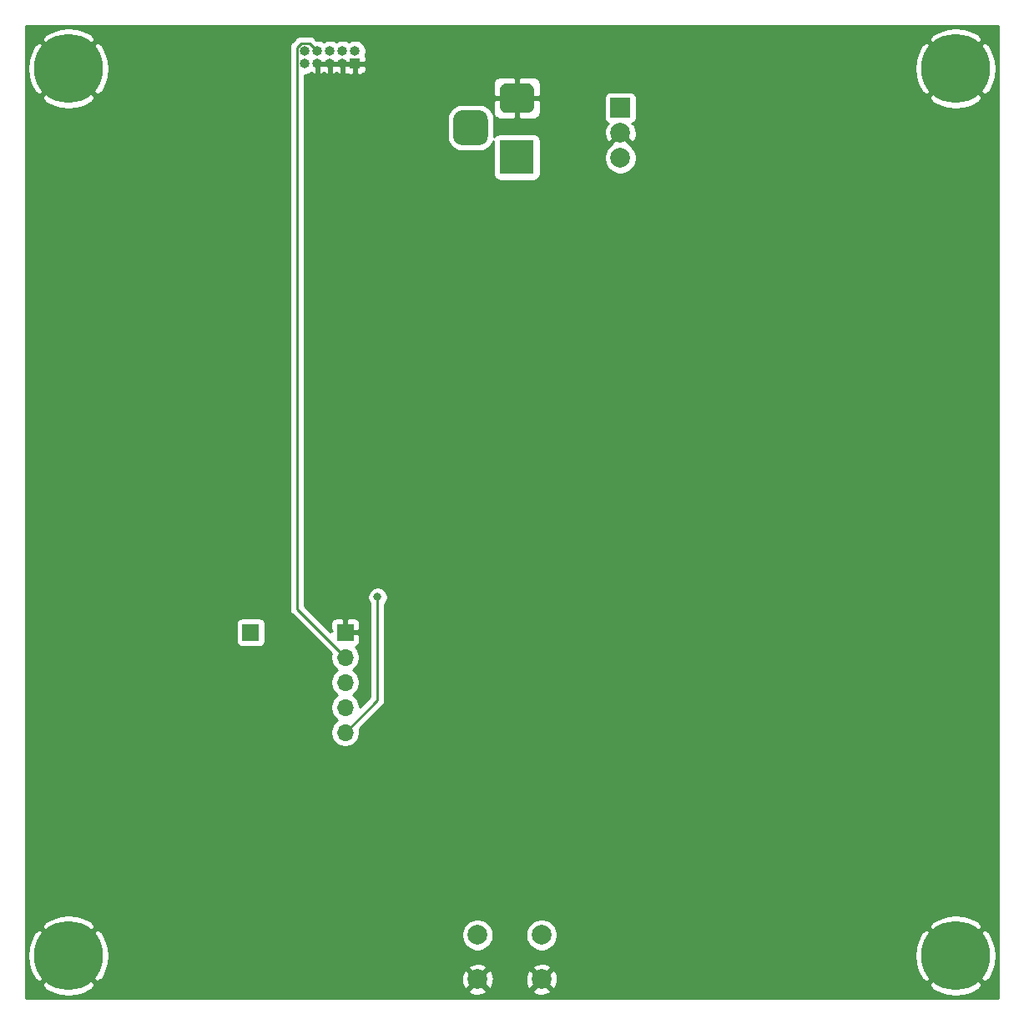
<source format=gbr>
G04 #@! TF.GenerationSoftware,KiCad,Pcbnew,(5.1.5-0-10_14)*
G04 #@! TF.CreationDate,2020-05-09T18:14:48-06:00*
G04 #@! TF.ProjectId,business-card-v3-programmer-board-pcb,62757369-6e65-4737-932d-636172642d76,rev?*
G04 #@! TF.SameCoordinates,Original*
G04 #@! TF.FileFunction,Copper,L2,Bot*
G04 #@! TF.FilePolarity,Positive*
%FSLAX46Y46*%
G04 Gerber Fmt 4.6, Leading zero omitted, Abs format (unit mm)*
G04 Created by KiCad (PCBNEW (5.1.5-0-10_14)) date 2020-05-09 18:14:48*
%MOMM*%
%LPD*%
G04 APERTURE LIST*
%ADD10C,0.100000*%
%ADD11R,3.500000X3.500000*%
%ADD12R,1.700000X1.700000*%
%ADD13O,1.700000X1.700000*%
%ADD14C,2.000000*%
%ADD15R,2.000000X2.000000*%
%ADD16O,1.000000X1.000000*%
%ADD17R,1.000000X1.000000*%
%ADD18C,0.800000*%
%ADD19C,7.000000*%
%ADD20C,1.600000*%
%ADD21C,0.250000*%
%ADD22C,0.254000*%
G04 APERTURE END LIST*
G04 #@! TA.AperFunction,ComponentPad*
D10*
G36*
X144260765Y-69254213D02*
G01*
X144345704Y-69266813D01*
X144428999Y-69287677D01*
X144509848Y-69316605D01*
X144587472Y-69353319D01*
X144661124Y-69397464D01*
X144730094Y-69448616D01*
X144793718Y-69506282D01*
X144851384Y-69569906D01*
X144902536Y-69638876D01*
X144946681Y-69712528D01*
X144983395Y-69790152D01*
X145012323Y-69871001D01*
X145033187Y-69954296D01*
X145045787Y-70039235D01*
X145050000Y-70125000D01*
X145050000Y-71875000D01*
X145045787Y-71960765D01*
X145033187Y-72045704D01*
X145012323Y-72128999D01*
X144983395Y-72209848D01*
X144946681Y-72287472D01*
X144902536Y-72361124D01*
X144851384Y-72430094D01*
X144793718Y-72493718D01*
X144730094Y-72551384D01*
X144661124Y-72602536D01*
X144587472Y-72646681D01*
X144509848Y-72683395D01*
X144428999Y-72712323D01*
X144345704Y-72733187D01*
X144260765Y-72745787D01*
X144175000Y-72750000D01*
X142425000Y-72750000D01*
X142339235Y-72745787D01*
X142254296Y-72733187D01*
X142171001Y-72712323D01*
X142090152Y-72683395D01*
X142012528Y-72646681D01*
X141938876Y-72602536D01*
X141869906Y-72551384D01*
X141806282Y-72493718D01*
X141748616Y-72430094D01*
X141697464Y-72361124D01*
X141653319Y-72287472D01*
X141616605Y-72209848D01*
X141587677Y-72128999D01*
X141566813Y-72045704D01*
X141554213Y-71960765D01*
X141550000Y-71875000D01*
X141550000Y-70125000D01*
X141554213Y-70039235D01*
X141566813Y-69954296D01*
X141587677Y-69871001D01*
X141616605Y-69790152D01*
X141653319Y-69712528D01*
X141697464Y-69638876D01*
X141748616Y-69569906D01*
X141806282Y-69506282D01*
X141869906Y-69448616D01*
X141938876Y-69397464D01*
X142012528Y-69353319D01*
X142090152Y-69316605D01*
X142171001Y-69287677D01*
X142254296Y-69266813D01*
X142339235Y-69254213D01*
X142425000Y-69250000D01*
X144175000Y-69250000D01*
X144260765Y-69254213D01*
G37*
G04 #@! TD.AperFunction*
G04 #@! TA.AperFunction,ComponentPad*
G36*
X149073513Y-66503611D02*
G01*
X149146318Y-66514411D01*
X149217714Y-66532295D01*
X149287013Y-66557090D01*
X149353548Y-66588559D01*
X149416678Y-66626398D01*
X149475795Y-66670242D01*
X149530330Y-66719670D01*
X149579758Y-66774205D01*
X149623602Y-66833322D01*
X149661441Y-66896452D01*
X149692910Y-66962987D01*
X149717705Y-67032286D01*
X149735589Y-67103682D01*
X149746389Y-67176487D01*
X149750000Y-67250000D01*
X149750000Y-68750000D01*
X149746389Y-68823513D01*
X149735589Y-68896318D01*
X149717705Y-68967714D01*
X149692910Y-69037013D01*
X149661441Y-69103548D01*
X149623602Y-69166678D01*
X149579758Y-69225795D01*
X149530330Y-69280330D01*
X149475795Y-69329758D01*
X149416678Y-69373602D01*
X149353548Y-69411441D01*
X149287013Y-69442910D01*
X149217714Y-69467705D01*
X149146318Y-69485589D01*
X149073513Y-69496389D01*
X149000000Y-69500000D01*
X147000000Y-69500000D01*
X146926487Y-69496389D01*
X146853682Y-69485589D01*
X146782286Y-69467705D01*
X146712987Y-69442910D01*
X146646452Y-69411441D01*
X146583322Y-69373602D01*
X146524205Y-69329758D01*
X146469670Y-69280330D01*
X146420242Y-69225795D01*
X146376398Y-69166678D01*
X146338559Y-69103548D01*
X146307090Y-69037013D01*
X146282295Y-68967714D01*
X146264411Y-68896318D01*
X146253611Y-68823513D01*
X146250000Y-68750000D01*
X146250000Y-67250000D01*
X146253611Y-67176487D01*
X146264411Y-67103682D01*
X146282295Y-67032286D01*
X146307090Y-66962987D01*
X146338559Y-66896452D01*
X146376398Y-66833322D01*
X146420242Y-66774205D01*
X146469670Y-66719670D01*
X146524205Y-66670242D01*
X146583322Y-66626398D01*
X146646452Y-66588559D01*
X146712987Y-66557090D01*
X146782286Y-66532295D01*
X146853682Y-66514411D01*
X146926487Y-66503611D01*
X147000000Y-66500000D01*
X149000000Y-66500000D01*
X149073513Y-66503611D01*
G37*
G04 #@! TD.AperFunction*
D11*
X148000000Y-74000000D03*
D12*
X121000000Y-122200000D03*
D13*
X130576000Y-132360000D03*
X130576000Y-129820000D03*
X130576000Y-127280000D03*
X130576000Y-124740000D03*
D12*
X130576000Y-122200000D03*
D14*
X158500000Y-74080000D03*
X158500000Y-71540000D03*
D15*
X158500000Y-69000000D03*
D14*
X150500000Y-152908000D03*
X150500000Y-157408000D03*
X144000000Y-152908000D03*
X144000000Y-157408000D03*
D16*
X126492000Y-63246000D03*
X126492000Y-64516000D03*
X127762000Y-63246000D03*
X127762000Y-64516000D03*
X129032000Y-63246000D03*
X129032000Y-64516000D03*
X130302000Y-63246000D03*
X130302000Y-64516000D03*
X131572000Y-63246000D03*
D17*
X131572000Y-64516000D03*
D18*
X104356155Y-153143845D03*
X102500000Y-152375000D03*
X100643845Y-153143845D03*
X99875000Y-155000000D03*
X100643845Y-156856155D03*
X102500000Y-157625000D03*
X104356155Y-156856155D03*
X105125000Y-155000000D03*
D19*
X102500000Y-155000000D03*
D18*
X190643845Y-66856155D03*
X192500000Y-67625000D03*
X194356155Y-66856155D03*
X195125000Y-65000000D03*
X194356155Y-63143845D03*
X192500000Y-62375000D03*
X190643845Y-63143845D03*
X189875000Y-65000000D03*
D19*
X192500000Y-65000000D03*
D18*
X194356155Y-153143845D03*
X192500000Y-152375000D03*
X190643845Y-153143845D03*
X189875000Y-155000000D03*
X190643845Y-156856155D03*
X192500000Y-157625000D03*
X194356155Y-156856155D03*
X195125000Y-155000000D03*
D19*
X192500000Y-155000000D03*
D18*
X100643845Y-66856155D03*
X102500000Y-67625000D03*
X104356155Y-66856155D03*
X105125000Y-65000000D03*
X104356155Y-63143845D03*
X102500000Y-62375000D03*
X100643845Y-63143845D03*
X99875000Y-65000000D03*
D19*
X102500000Y-65000000D03*
D18*
X158496000Y-83058000D03*
D20*
X153924000Y-78740000D03*
D18*
X157988000Y-153924000D03*
X131445000Y-156972000D03*
X139573000Y-152146000D03*
X131445000Y-152146000D03*
X133350000Y-146304000D03*
X133858000Y-118618000D03*
D21*
X130576000Y-132360000D02*
X133858000Y-129078000D01*
X133858000Y-129078000D02*
X133858000Y-118618000D01*
X133858000Y-118618000D02*
X133858000Y-118618000D01*
X127262001Y-62746001D02*
X127762000Y-63246000D01*
X126936999Y-62420999D02*
X127262001Y-62746001D01*
X126095999Y-62420999D02*
X126936999Y-62420999D01*
X125666999Y-62849999D02*
X126095999Y-62420999D01*
X125666999Y-119830999D02*
X125666999Y-62849999D01*
X130576000Y-124740000D02*
X125666999Y-119830999D01*
D22*
G36*
X196840001Y-159340000D02*
G01*
X98160000Y-159340000D01*
X98160000Y-157914155D01*
X99765450Y-157914155D01*
X100161634Y-158434550D01*
X100876612Y-158824748D01*
X101653976Y-159067964D01*
X102463853Y-159154851D01*
X103275118Y-159082069D01*
X104056597Y-158852415D01*
X104646996Y-158543413D01*
X143044192Y-158543413D01*
X143139956Y-158807814D01*
X143429571Y-158948704D01*
X143741108Y-159030384D01*
X144062595Y-159049718D01*
X144381675Y-159005961D01*
X144686088Y-158900795D01*
X144860044Y-158807814D01*
X144955808Y-158543413D01*
X149544192Y-158543413D01*
X149639956Y-158807814D01*
X149929571Y-158948704D01*
X150241108Y-159030384D01*
X150562595Y-159049718D01*
X150881675Y-159005961D01*
X151186088Y-158900795D01*
X151360044Y-158807814D01*
X151455808Y-158543413D01*
X150500000Y-157587605D01*
X149544192Y-158543413D01*
X144955808Y-158543413D01*
X144000000Y-157587605D01*
X143044192Y-158543413D01*
X104646996Y-158543413D01*
X104778256Y-158474715D01*
X104838366Y-158434550D01*
X105234550Y-157914155D01*
X102500000Y-155179605D01*
X99765450Y-157914155D01*
X98160000Y-157914155D01*
X98160000Y-154963853D01*
X98345149Y-154963853D01*
X98417931Y-155775118D01*
X98647585Y-156556597D01*
X99025285Y-157278256D01*
X99065450Y-157338366D01*
X99585845Y-157734550D01*
X102320395Y-155000000D01*
X102679605Y-155000000D01*
X105414155Y-157734550D01*
X105760864Y-157470595D01*
X142358282Y-157470595D01*
X142402039Y-157789675D01*
X142507205Y-158094088D01*
X142600186Y-158268044D01*
X142864587Y-158363808D01*
X143820395Y-157408000D01*
X144179605Y-157408000D01*
X145135413Y-158363808D01*
X145399814Y-158268044D01*
X145540704Y-157978429D01*
X145622384Y-157666892D01*
X145634189Y-157470595D01*
X148858282Y-157470595D01*
X148902039Y-157789675D01*
X149007205Y-158094088D01*
X149100186Y-158268044D01*
X149364587Y-158363808D01*
X150320395Y-157408000D01*
X150679605Y-157408000D01*
X151635413Y-158363808D01*
X151899814Y-158268044D01*
X152040704Y-157978429D01*
X152057555Y-157914155D01*
X189765450Y-157914155D01*
X190161634Y-158434550D01*
X190876612Y-158824748D01*
X191653976Y-159067964D01*
X192463853Y-159154851D01*
X193275118Y-159082069D01*
X194056597Y-158852415D01*
X194778256Y-158474715D01*
X194838366Y-158434550D01*
X195234550Y-157914155D01*
X192500000Y-155179605D01*
X189765450Y-157914155D01*
X152057555Y-157914155D01*
X152122384Y-157666892D01*
X152141718Y-157345405D01*
X152097961Y-157026325D01*
X151992795Y-156721912D01*
X151899814Y-156547956D01*
X151635413Y-156452192D01*
X150679605Y-157408000D01*
X150320395Y-157408000D01*
X149364587Y-156452192D01*
X149100186Y-156547956D01*
X148959296Y-156837571D01*
X148877616Y-157149108D01*
X148858282Y-157470595D01*
X145634189Y-157470595D01*
X145641718Y-157345405D01*
X145597961Y-157026325D01*
X145492795Y-156721912D01*
X145399814Y-156547956D01*
X145135413Y-156452192D01*
X144179605Y-157408000D01*
X143820395Y-157408000D01*
X142864587Y-156452192D01*
X142600186Y-156547956D01*
X142459296Y-156837571D01*
X142377616Y-157149108D01*
X142358282Y-157470595D01*
X105760864Y-157470595D01*
X105934550Y-157338366D01*
X106324748Y-156623388D01*
X106434504Y-156272587D01*
X143044192Y-156272587D01*
X144000000Y-157228395D01*
X144955808Y-156272587D01*
X149544192Y-156272587D01*
X150500000Y-157228395D01*
X151455808Y-156272587D01*
X151360044Y-156008186D01*
X151070429Y-155867296D01*
X150758892Y-155785616D01*
X150437405Y-155766282D01*
X150118325Y-155810039D01*
X149813912Y-155915205D01*
X149639956Y-156008186D01*
X149544192Y-156272587D01*
X144955808Y-156272587D01*
X144860044Y-156008186D01*
X144570429Y-155867296D01*
X144258892Y-155785616D01*
X143937405Y-155766282D01*
X143618325Y-155810039D01*
X143313912Y-155915205D01*
X143139956Y-156008186D01*
X143044192Y-156272587D01*
X106434504Y-156272587D01*
X106567964Y-155846024D01*
X106654851Y-155036147D01*
X106648366Y-154963853D01*
X188345149Y-154963853D01*
X188417931Y-155775118D01*
X188647585Y-156556597D01*
X189025285Y-157278256D01*
X189065450Y-157338366D01*
X189585845Y-157734550D01*
X192320395Y-155000000D01*
X192679605Y-155000000D01*
X195414155Y-157734550D01*
X195934550Y-157338366D01*
X196324748Y-156623388D01*
X196567964Y-155846024D01*
X196654851Y-155036147D01*
X196582069Y-154224882D01*
X196352415Y-153443403D01*
X195974715Y-152721744D01*
X195934550Y-152661634D01*
X195414155Y-152265450D01*
X192679605Y-155000000D01*
X192320395Y-155000000D01*
X189585845Y-152265450D01*
X189065450Y-152661634D01*
X188675252Y-153376612D01*
X188432036Y-154153976D01*
X188345149Y-154963853D01*
X106648366Y-154963853D01*
X106582069Y-154224882D01*
X106352415Y-153443403D01*
X105987917Y-152746967D01*
X142365000Y-152746967D01*
X142365000Y-153069033D01*
X142427832Y-153384912D01*
X142551082Y-153682463D01*
X142730013Y-153950252D01*
X142957748Y-154177987D01*
X143225537Y-154356918D01*
X143523088Y-154480168D01*
X143838967Y-154543000D01*
X144161033Y-154543000D01*
X144476912Y-154480168D01*
X144774463Y-154356918D01*
X145042252Y-154177987D01*
X145269987Y-153950252D01*
X145448918Y-153682463D01*
X145572168Y-153384912D01*
X145635000Y-153069033D01*
X145635000Y-152746967D01*
X148865000Y-152746967D01*
X148865000Y-153069033D01*
X148927832Y-153384912D01*
X149051082Y-153682463D01*
X149230013Y-153950252D01*
X149457748Y-154177987D01*
X149725537Y-154356918D01*
X150023088Y-154480168D01*
X150338967Y-154543000D01*
X150661033Y-154543000D01*
X150976912Y-154480168D01*
X151274463Y-154356918D01*
X151542252Y-154177987D01*
X151769987Y-153950252D01*
X151948918Y-153682463D01*
X152072168Y-153384912D01*
X152135000Y-153069033D01*
X152135000Y-152746967D01*
X152072168Y-152431088D01*
X151948918Y-152133537D01*
X151917052Y-152085845D01*
X189765450Y-152085845D01*
X192500000Y-154820395D01*
X195234550Y-152085845D01*
X194838366Y-151565450D01*
X194123388Y-151175252D01*
X193346024Y-150932036D01*
X192536147Y-150845149D01*
X191724882Y-150917931D01*
X190943403Y-151147585D01*
X190221744Y-151525285D01*
X190161634Y-151565450D01*
X189765450Y-152085845D01*
X151917052Y-152085845D01*
X151769987Y-151865748D01*
X151542252Y-151638013D01*
X151274463Y-151459082D01*
X150976912Y-151335832D01*
X150661033Y-151273000D01*
X150338967Y-151273000D01*
X150023088Y-151335832D01*
X149725537Y-151459082D01*
X149457748Y-151638013D01*
X149230013Y-151865748D01*
X149051082Y-152133537D01*
X148927832Y-152431088D01*
X148865000Y-152746967D01*
X145635000Y-152746967D01*
X145572168Y-152431088D01*
X145448918Y-152133537D01*
X145269987Y-151865748D01*
X145042252Y-151638013D01*
X144774463Y-151459082D01*
X144476912Y-151335832D01*
X144161033Y-151273000D01*
X143838967Y-151273000D01*
X143523088Y-151335832D01*
X143225537Y-151459082D01*
X142957748Y-151638013D01*
X142730013Y-151865748D01*
X142551082Y-152133537D01*
X142427832Y-152431088D01*
X142365000Y-152746967D01*
X105987917Y-152746967D01*
X105974715Y-152721744D01*
X105934550Y-152661634D01*
X105414155Y-152265450D01*
X102679605Y-155000000D01*
X102320395Y-155000000D01*
X99585845Y-152265450D01*
X99065450Y-152661634D01*
X98675252Y-153376612D01*
X98432036Y-154153976D01*
X98345149Y-154963853D01*
X98160000Y-154963853D01*
X98160000Y-152085845D01*
X99765450Y-152085845D01*
X102500000Y-154820395D01*
X105234550Y-152085845D01*
X104838366Y-151565450D01*
X104123388Y-151175252D01*
X103346024Y-150932036D01*
X102536147Y-150845149D01*
X101724882Y-150917931D01*
X100943403Y-151147585D01*
X100221744Y-151525285D01*
X100161634Y-151565450D01*
X99765450Y-152085845D01*
X98160000Y-152085845D01*
X98160000Y-121350000D01*
X119511928Y-121350000D01*
X119511928Y-123050000D01*
X119524188Y-123174482D01*
X119560498Y-123294180D01*
X119619463Y-123404494D01*
X119698815Y-123501185D01*
X119795506Y-123580537D01*
X119905820Y-123639502D01*
X120025518Y-123675812D01*
X120150000Y-123688072D01*
X121850000Y-123688072D01*
X121974482Y-123675812D01*
X122094180Y-123639502D01*
X122204494Y-123580537D01*
X122301185Y-123501185D01*
X122380537Y-123404494D01*
X122439502Y-123294180D01*
X122475812Y-123174482D01*
X122488072Y-123050000D01*
X122488072Y-121350000D01*
X122475812Y-121225518D01*
X122439502Y-121105820D01*
X122380537Y-120995506D01*
X122301185Y-120898815D01*
X122204494Y-120819463D01*
X122094180Y-120760498D01*
X121974482Y-120724188D01*
X121850000Y-120711928D01*
X120150000Y-120711928D01*
X120025518Y-120724188D01*
X119905820Y-120760498D01*
X119795506Y-120819463D01*
X119698815Y-120898815D01*
X119619463Y-120995506D01*
X119560498Y-121105820D01*
X119524188Y-121225518D01*
X119511928Y-121350000D01*
X98160000Y-121350000D01*
X98160000Y-67914155D01*
X99765450Y-67914155D01*
X100161634Y-68434550D01*
X100876612Y-68824748D01*
X101653976Y-69067964D01*
X102463853Y-69154851D01*
X103275118Y-69082069D01*
X104056597Y-68852415D01*
X104778256Y-68474715D01*
X104838366Y-68434550D01*
X105234550Y-67914155D01*
X102500000Y-65179605D01*
X99765450Y-67914155D01*
X98160000Y-67914155D01*
X98160000Y-64963853D01*
X98345149Y-64963853D01*
X98417931Y-65775118D01*
X98647585Y-66556597D01*
X99025285Y-67278256D01*
X99065450Y-67338366D01*
X99585845Y-67734550D01*
X102320395Y-65000000D01*
X102679605Y-65000000D01*
X105414155Y-67734550D01*
X105934550Y-67338366D01*
X106324748Y-66623388D01*
X106567964Y-65846024D01*
X106654851Y-65036147D01*
X106582069Y-64224882D01*
X106352415Y-63443403D01*
X106041841Y-62849999D01*
X124903323Y-62849999D01*
X124907000Y-62887332D01*
X124906999Y-119793677D01*
X124903323Y-119830999D01*
X124906999Y-119868321D01*
X124906999Y-119868331D01*
X124917996Y-119979984D01*
X124961453Y-120123245D01*
X125032025Y-120255275D01*
X125071870Y-120303825D01*
X125126998Y-120371000D01*
X125156002Y-120394803D01*
X129134790Y-124373592D01*
X129091000Y-124593740D01*
X129091000Y-124886260D01*
X129148068Y-125173158D01*
X129260010Y-125443411D01*
X129422525Y-125686632D01*
X129629368Y-125893475D01*
X129803760Y-126010000D01*
X129629368Y-126126525D01*
X129422525Y-126333368D01*
X129260010Y-126576589D01*
X129148068Y-126846842D01*
X129091000Y-127133740D01*
X129091000Y-127426260D01*
X129148068Y-127713158D01*
X129260010Y-127983411D01*
X129422525Y-128226632D01*
X129629368Y-128433475D01*
X129803760Y-128550000D01*
X129629368Y-128666525D01*
X129422525Y-128873368D01*
X129260010Y-129116589D01*
X129148068Y-129386842D01*
X129091000Y-129673740D01*
X129091000Y-129966260D01*
X129148068Y-130253158D01*
X129260010Y-130523411D01*
X129422525Y-130766632D01*
X129629368Y-130973475D01*
X129803760Y-131090000D01*
X129629368Y-131206525D01*
X129422525Y-131413368D01*
X129260010Y-131656589D01*
X129148068Y-131926842D01*
X129091000Y-132213740D01*
X129091000Y-132506260D01*
X129148068Y-132793158D01*
X129260010Y-133063411D01*
X129422525Y-133306632D01*
X129629368Y-133513475D01*
X129872589Y-133675990D01*
X130142842Y-133787932D01*
X130429740Y-133845000D01*
X130722260Y-133845000D01*
X131009158Y-133787932D01*
X131279411Y-133675990D01*
X131522632Y-133513475D01*
X131729475Y-133306632D01*
X131891990Y-133063411D01*
X132003932Y-132793158D01*
X132061000Y-132506260D01*
X132061000Y-132213740D01*
X132017209Y-131993592D01*
X134369004Y-129641798D01*
X134398001Y-129618001D01*
X134424332Y-129585917D01*
X134492974Y-129502277D01*
X134563546Y-129370247D01*
X134563546Y-129370246D01*
X134607003Y-129226986D01*
X134618000Y-129115333D01*
X134618000Y-129115323D01*
X134621676Y-129078000D01*
X134618000Y-129040677D01*
X134618000Y-119321711D01*
X134661937Y-119277774D01*
X134775205Y-119108256D01*
X134853226Y-118919898D01*
X134893000Y-118719939D01*
X134893000Y-118516061D01*
X134853226Y-118316102D01*
X134775205Y-118127744D01*
X134661937Y-117958226D01*
X134517774Y-117814063D01*
X134348256Y-117700795D01*
X134159898Y-117622774D01*
X133959939Y-117583000D01*
X133756061Y-117583000D01*
X133556102Y-117622774D01*
X133367744Y-117700795D01*
X133198226Y-117814063D01*
X133054063Y-117958226D01*
X132940795Y-118127744D01*
X132862774Y-118316102D01*
X132823000Y-118516061D01*
X132823000Y-118719939D01*
X132862774Y-118919898D01*
X132940795Y-119108256D01*
X133054063Y-119277774D01*
X133098001Y-119321712D01*
X133098000Y-128763198D01*
X132061000Y-129800198D01*
X132061000Y-129673740D01*
X132003932Y-129386842D01*
X131891990Y-129116589D01*
X131729475Y-128873368D01*
X131522632Y-128666525D01*
X131348240Y-128550000D01*
X131522632Y-128433475D01*
X131729475Y-128226632D01*
X131891990Y-127983411D01*
X132003932Y-127713158D01*
X132061000Y-127426260D01*
X132061000Y-127133740D01*
X132003932Y-126846842D01*
X131891990Y-126576589D01*
X131729475Y-126333368D01*
X131522632Y-126126525D01*
X131348240Y-126010000D01*
X131522632Y-125893475D01*
X131729475Y-125686632D01*
X131891990Y-125443411D01*
X132003932Y-125173158D01*
X132061000Y-124886260D01*
X132061000Y-124593740D01*
X132003932Y-124306842D01*
X131891990Y-124036589D01*
X131729475Y-123793368D01*
X131597620Y-123661513D01*
X131670180Y-123639502D01*
X131780494Y-123580537D01*
X131877185Y-123501185D01*
X131956537Y-123404494D01*
X132015502Y-123294180D01*
X132051812Y-123174482D01*
X132064072Y-123050000D01*
X132061000Y-122485750D01*
X131902250Y-122327000D01*
X130703000Y-122327000D01*
X130703000Y-122347000D01*
X130449000Y-122347000D01*
X130449000Y-122327000D01*
X130429000Y-122327000D01*
X130429000Y-122073000D01*
X130449000Y-122073000D01*
X130449000Y-120873750D01*
X130703000Y-120873750D01*
X130703000Y-122073000D01*
X131902250Y-122073000D01*
X132061000Y-121914250D01*
X132064072Y-121350000D01*
X132051812Y-121225518D01*
X132015502Y-121105820D01*
X131956537Y-120995506D01*
X131877185Y-120898815D01*
X131780494Y-120819463D01*
X131670180Y-120760498D01*
X131550482Y-120724188D01*
X131426000Y-120711928D01*
X130861750Y-120715000D01*
X130703000Y-120873750D01*
X130449000Y-120873750D01*
X130290250Y-120715000D01*
X129726000Y-120711928D01*
X129601518Y-120724188D01*
X129481820Y-120760498D01*
X129371506Y-120819463D01*
X129274815Y-120898815D01*
X129195463Y-120995506D01*
X129136498Y-121105820D01*
X129100188Y-121225518D01*
X129087928Y-121350000D01*
X129091000Y-121914250D01*
X129249748Y-122072998D01*
X129091000Y-122072998D01*
X129091000Y-122180198D01*
X126426999Y-119516198D01*
X126426999Y-70125000D01*
X140911928Y-70125000D01*
X140911928Y-71875000D01*
X140941001Y-72170186D01*
X141027104Y-72454028D01*
X141166927Y-72715618D01*
X141355097Y-72944903D01*
X141584382Y-73133073D01*
X141845972Y-73272896D01*
X142129814Y-73358999D01*
X142425000Y-73388072D01*
X144175000Y-73388072D01*
X144470186Y-73358999D01*
X144754028Y-73272896D01*
X145015618Y-73133073D01*
X145244903Y-72944903D01*
X145433073Y-72715618D01*
X145572896Y-72454028D01*
X145611928Y-72325357D01*
X145611928Y-75750000D01*
X145624188Y-75874482D01*
X145660498Y-75994180D01*
X145719463Y-76104494D01*
X145798815Y-76201185D01*
X145895506Y-76280537D01*
X146005820Y-76339502D01*
X146125518Y-76375812D01*
X146250000Y-76388072D01*
X149750000Y-76388072D01*
X149874482Y-76375812D01*
X149994180Y-76339502D01*
X150104494Y-76280537D01*
X150201185Y-76201185D01*
X150280537Y-76104494D01*
X150339502Y-75994180D01*
X150375812Y-75874482D01*
X150388072Y-75750000D01*
X150388072Y-73918967D01*
X156865000Y-73918967D01*
X156865000Y-74241033D01*
X156927832Y-74556912D01*
X157051082Y-74854463D01*
X157230013Y-75122252D01*
X157457748Y-75349987D01*
X157725537Y-75528918D01*
X158023088Y-75652168D01*
X158338967Y-75715000D01*
X158661033Y-75715000D01*
X158976912Y-75652168D01*
X159274463Y-75528918D01*
X159542252Y-75349987D01*
X159769987Y-75122252D01*
X159948918Y-74854463D01*
X160072168Y-74556912D01*
X160135000Y-74241033D01*
X160135000Y-73918967D01*
X160072168Y-73603088D01*
X159948918Y-73305537D01*
X159769987Y-73037748D01*
X159542252Y-72810013D01*
X159433400Y-72737280D01*
X159455808Y-72675413D01*
X158500000Y-71719605D01*
X157544192Y-72675413D01*
X157566600Y-72737280D01*
X157457748Y-72810013D01*
X157230013Y-73037748D01*
X157051082Y-73305537D01*
X156927832Y-73603088D01*
X156865000Y-73918967D01*
X150388072Y-73918967D01*
X150388072Y-72250000D01*
X150375812Y-72125518D01*
X150339502Y-72005820D01*
X150280537Y-71895506D01*
X150201185Y-71798815D01*
X150104494Y-71719463D01*
X149994180Y-71660498D01*
X149874482Y-71624188D01*
X149750000Y-71611928D01*
X146250000Y-71611928D01*
X146125518Y-71624188D01*
X146005820Y-71660498D01*
X145895506Y-71719463D01*
X145798815Y-71798815D01*
X145719463Y-71895506D01*
X145678506Y-71972131D01*
X145688072Y-71875000D01*
X145688072Y-71602595D01*
X156858282Y-71602595D01*
X156902039Y-71921675D01*
X157007205Y-72226088D01*
X157100186Y-72400044D01*
X157364587Y-72495808D01*
X158320395Y-71540000D01*
X158306253Y-71525858D01*
X158485858Y-71346253D01*
X158500000Y-71360395D01*
X158514143Y-71346253D01*
X158693748Y-71525858D01*
X158679605Y-71540000D01*
X159635413Y-72495808D01*
X159899814Y-72400044D01*
X160040704Y-72110429D01*
X160122384Y-71798892D01*
X160141718Y-71477405D01*
X160097961Y-71158325D01*
X159992795Y-70853912D01*
X159899814Y-70679956D01*
X159692967Y-70605037D01*
X159744180Y-70589502D01*
X159854494Y-70530537D01*
X159951185Y-70451185D01*
X160030537Y-70354494D01*
X160089502Y-70244180D01*
X160125812Y-70124482D01*
X160138072Y-70000000D01*
X160138072Y-68000000D01*
X160129618Y-67914155D01*
X189765450Y-67914155D01*
X190161634Y-68434550D01*
X190876612Y-68824748D01*
X191653976Y-69067964D01*
X192463853Y-69154851D01*
X193275118Y-69082069D01*
X194056597Y-68852415D01*
X194778256Y-68474715D01*
X194838366Y-68434550D01*
X195234550Y-67914155D01*
X192500000Y-65179605D01*
X189765450Y-67914155D01*
X160129618Y-67914155D01*
X160125812Y-67875518D01*
X160089502Y-67755820D01*
X160030537Y-67645506D01*
X159951185Y-67548815D01*
X159854494Y-67469463D01*
X159744180Y-67410498D01*
X159624482Y-67374188D01*
X159500000Y-67361928D01*
X157500000Y-67361928D01*
X157375518Y-67374188D01*
X157255820Y-67410498D01*
X157145506Y-67469463D01*
X157048815Y-67548815D01*
X156969463Y-67645506D01*
X156910498Y-67755820D01*
X156874188Y-67875518D01*
X156861928Y-68000000D01*
X156861928Y-70000000D01*
X156874188Y-70124482D01*
X156910498Y-70244180D01*
X156969463Y-70354494D01*
X157048815Y-70451185D01*
X157145506Y-70530537D01*
X157255820Y-70589502D01*
X157307033Y-70605037D01*
X157100186Y-70679956D01*
X156959296Y-70969571D01*
X156877616Y-71281108D01*
X156858282Y-71602595D01*
X145688072Y-71602595D01*
X145688072Y-70125000D01*
X145658999Y-69829814D01*
X145572896Y-69545972D01*
X145548324Y-69500000D01*
X145611928Y-69500000D01*
X145624188Y-69624482D01*
X145660498Y-69744180D01*
X145719463Y-69854494D01*
X145798815Y-69951185D01*
X145895506Y-70030537D01*
X146005820Y-70089502D01*
X146125518Y-70125812D01*
X146250000Y-70138072D01*
X147714250Y-70135000D01*
X147873000Y-69976250D01*
X147873000Y-68127000D01*
X148127000Y-68127000D01*
X148127000Y-69976250D01*
X148285750Y-70135000D01*
X149750000Y-70138072D01*
X149874482Y-70125812D01*
X149994180Y-70089502D01*
X150104494Y-70030537D01*
X150201185Y-69951185D01*
X150280537Y-69854494D01*
X150339502Y-69744180D01*
X150375812Y-69624482D01*
X150388072Y-69500000D01*
X150385000Y-68285750D01*
X150226250Y-68127000D01*
X148127000Y-68127000D01*
X147873000Y-68127000D01*
X145773750Y-68127000D01*
X145615000Y-68285750D01*
X145611928Y-69500000D01*
X145548324Y-69500000D01*
X145433073Y-69284382D01*
X145244903Y-69055097D01*
X145015618Y-68866927D01*
X144754028Y-68727104D01*
X144470186Y-68641001D01*
X144175000Y-68611928D01*
X142425000Y-68611928D01*
X142129814Y-68641001D01*
X141845972Y-68727104D01*
X141584382Y-68866927D01*
X141355097Y-69055097D01*
X141166927Y-69284382D01*
X141027104Y-69545972D01*
X140941001Y-69829814D01*
X140911928Y-70125000D01*
X126426999Y-70125000D01*
X126426999Y-66500000D01*
X145611928Y-66500000D01*
X145615000Y-67714250D01*
X145773750Y-67873000D01*
X147873000Y-67873000D01*
X147873000Y-66023750D01*
X148127000Y-66023750D01*
X148127000Y-67873000D01*
X150226250Y-67873000D01*
X150385000Y-67714250D01*
X150388072Y-66500000D01*
X150375812Y-66375518D01*
X150339502Y-66255820D01*
X150280537Y-66145506D01*
X150201185Y-66048815D01*
X150104494Y-65969463D01*
X149994180Y-65910498D01*
X149874482Y-65874188D01*
X149750000Y-65861928D01*
X148285750Y-65865000D01*
X148127000Y-66023750D01*
X147873000Y-66023750D01*
X147714250Y-65865000D01*
X146250000Y-65861928D01*
X146125518Y-65874188D01*
X146005820Y-65910498D01*
X145895506Y-65969463D01*
X145798815Y-66048815D01*
X145719463Y-66145506D01*
X145660498Y-66255820D01*
X145624188Y-66375518D01*
X145611928Y-66500000D01*
X126426999Y-66500000D01*
X126426999Y-65651000D01*
X126603788Y-65651000D01*
X126823067Y-65607383D01*
X127029624Y-65521824D01*
X127131658Y-65453647D01*
X127201794Y-65503123D01*
X127405136Y-65593446D01*
X127460126Y-65610119D01*
X127635000Y-65483954D01*
X127635000Y-64643000D01*
X127889000Y-64643000D01*
X127889000Y-65483954D01*
X128063874Y-65610119D01*
X128118864Y-65593446D01*
X128322206Y-65503123D01*
X128397000Y-65450361D01*
X128471794Y-65503123D01*
X128675136Y-65593446D01*
X128730126Y-65610119D01*
X128905000Y-65483954D01*
X128905000Y-64643000D01*
X129159000Y-64643000D01*
X129159000Y-65483954D01*
X129333874Y-65610119D01*
X129388864Y-65593446D01*
X129592206Y-65503123D01*
X129667000Y-65450361D01*
X129741794Y-65503123D01*
X129945136Y-65593446D01*
X130000126Y-65610119D01*
X130175000Y-65483954D01*
X130175000Y-64643000D01*
X130429000Y-64643000D01*
X130429000Y-65483954D01*
X130603874Y-65610119D01*
X130658864Y-65593446D01*
X130738820Y-65557930D01*
X130827820Y-65605502D01*
X130947518Y-65641812D01*
X131072000Y-65654072D01*
X131286250Y-65651000D01*
X131445000Y-65492250D01*
X131445000Y-64643000D01*
X131699000Y-64643000D01*
X131699000Y-65492250D01*
X131857750Y-65651000D01*
X132072000Y-65654072D01*
X132196482Y-65641812D01*
X132316180Y-65605502D01*
X132426494Y-65546537D01*
X132523185Y-65467185D01*
X132602537Y-65370494D01*
X132661502Y-65260180D01*
X132697812Y-65140482D01*
X132710072Y-65016000D01*
X132709325Y-64963853D01*
X188345149Y-64963853D01*
X188417931Y-65775118D01*
X188647585Y-66556597D01*
X189025285Y-67278256D01*
X189065450Y-67338366D01*
X189585845Y-67734550D01*
X192320395Y-65000000D01*
X192679605Y-65000000D01*
X195414155Y-67734550D01*
X195934550Y-67338366D01*
X196324748Y-66623388D01*
X196567964Y-65846024D01*
X196654851Y-65036147D01*
X196582069Y-64224882D01*
X196352415Y-63443403D01*
X195974715Y-62721744D01*
X195934550Y-62661634D01*
X195414155Y-62265450D01*
X192679605Y-65000000D01*
X192320395Y-65000000D01*
X189585845Y-62265450D01*
X189065450Y-62661634D01*
X188675252Y-63376612D01*
X188432036Y-64153976D01*
X188345149Y-64963853D01*
X132709325Y-64963853D01*
X132707000Y-64801750D01*
X132548250Y-64643000D01*
X131699000Y-64643000D01*
X131445000Y-64643000D01*
X130429000Y-64643000D01*
X130175000Y-64643000D01*
X129159000Y-64643000D01*
X128905000Y-64643000D01*
X127889000Y-64643000D01*
X127635000Y-64643000D01*
X127623974Y-64643000D01*
X127627000Y-64627788D01*
X127627000Y-64404212D01*
X127623974Y-64389000D01*
X127635000Y-64389000D01*
X127635000Y-64377974D01*
X127650212Y-64381000D01*
X127873788Y-64381000D01*
X127889000Y-64377974D01*
X127889000Y-64389000D01*
X128905000Y-64389000D01*
X128905000Y-64377974D01*
X128920212Y-64381000D01*
X129143788Y-64381000D01*
X129159000Y-64377974D01*
X129159000Y-64389000D01*
X130175000Y-64389000D01*
X130175000Y-64377974D01*
X130190212Y-64381000D01*
X130413788Y-64381000D01*
X130429000Y-64377974D01*
X130429000Y-64389000D01*
X131445000Y-64389000D01*
X131445000Y-64377974D01*
X131460212Y-64381000D01*
X131683788Y-64381000D01*
X131699000Y-64377974D01*
X131699000Y-64389000D01*
X132548250Y-64389000D01*
X132707000Y-64230250D01*
X132710072Y-64016000D01*
X132697812Y-63891518D01*
X132661502Y-63771820D01*
X132617112Y-63688774D01*
X132663383Y-63577067D01*
X132707000Y-63357788D01*
X132707000Y-63134212D01*
X132663383Y-62914933D01*
X132577824Y-62708376D01*
X132453612Y-62522480D01*
X132295520Y-62364388D01*
X132109624Y-62240176D01*
X131903067Y-62154617D01*
X131683788Y-62111000D01*
X131460212Y-62111000D01*
X131240933Y-62154617D01*
X131034376Y-62240176D01*
X130937000Y-62305241D01*
X130839624Y-62240176D01*
X130633067Y-62154617D01*
X130413788Y-62111000D01*
X130190212Y-62111000D01*
X129970933Y-62154617D01*
X129764376Y-62240176D01*
X129667000Y-62305241D01*
X129569624Y-62240176D01*
X129363067Y-62154617D01*
X129143788Y-62111000D01*
X128920212Y-62111000D01*
X128700933Y-62154617D01*
X128494376Y-62240176D01*
X128397000Y-62305241D01*
X128299624Y-62240176D01*
X128093067Y-62154617D01*
X127873788Y-62111000D01*
X127701801Y-62111000D01*
X127676646Y-62085845D01*
X189765450Y-62085845D01*
X192500000Y-64820395D01*
X195234550Y-62085845D01*
X194838366Y-61565450D01*
X194123388Y-61175252D01*
X193346024Y-60932036D01*
X192536147Y-60845149D01*
X191724882Y-60917931D01*
X190943403Y-61147585D01*
X190221744Y-61525285D01*
X190161634Y-61565450D01*
X189765450Y-62085845D01*
X127676646Y-62085845D01*
X127500803Y-61910002D01*
X127477000Y-61880998D01*
X127361275Y-61786025D01*
X127229246Y-61715453D01*
X127085985Y-61671996D01*
X126974332Y-61660999D01*
X126974321Y-61660999D01*
X126936999Y-61657323D01*
X126899677Y-61660999D01*
X126133332Y-61660999D01*
X126095999Y-61657322D01*
X126058666Y-61660999D01*
X125947013Y-61671996D01*
X125803752Y-61715453D01*
X125671723Y-61786025D01*
X125555998Y-61880998D01*
X125532195Y-61910002D01*
X125155997Y-62286200D01*
X125126999Y-62309998D01*
X125103201Y-62338996D01*
X125103200Y-62338997D01*
X125032025Y-62425723D01*
X124961453Y-62557753D01*
X124917997Y-62701014D01*
X124903323Y-62849999D01*
X106041841Y-62849999D01*
X105974715Y-62721744D01*
X105934550Y-62661634D01*
X105414155Y-62265450D01*
X102679605Y-65000000D01*
X102320395Y-65000000D01*
X99585845Y-62265450D01*
X99065450Y-62661634D01*
X98675252Y-63376612D01*
X98432036Y-64153976D01*
X98345149Y-64963853D01*
X98160000Y-64963853D01*
X98160000Y-62085845D01*
X99765450Y-62085845D01*
X102500000Y-64820395D01*
X105234550Y-62085845D01*
X104838366Y-61565450D01*
X104123388Y-61175252D01*
X103346024Y-60932036D01*
X102536147Y-60845149D01*
X101724882Y-60917931D01*
X100943403Y-61147585D01*
X100221744Y-61525285D01*
X100161634Y-61565450D01*
X99765450Y-62085845D01*
X98160000Y-62085845D01*
X98160000Y-60660000D01*
X196840000Y-60660000D01*
X196840001Y-159340000D01*
G37*
X196840001Y-159340000D02*
X98160000Y-159340000D01*
X98160000Y-157914155D01*
X99765450Y-157914155D01*
X100161634Y-158434550D01*
X100876612Y-158824748D01*
X101653976Y-159067964D01*
X102463853Y-159154851D01*
X103275118Y-159082069D01*
X104056597Y-158852415D01*
X104646996Y-158543413D01*
X143044192Y-158543413D01*
X143139956Y-158807814D01*
X143429571Y-158948704D01*
X143741108Y-159030384D01*
X144062595Y-159049718D01*
X144381675Y-159005961D01*
X144686088Y-158900795D01*
X144860044Y-158807814D01*
X144955808Y-158543413D01*
X149544192Y-158543413D01*
X149639956Y-158807814D01*
X149929571Y-158948704D01*
X150241108Y-159030384D01*
X150562595Y-159049718D01*
X150881675Y-159005961D01*
X151186088Y-158900795D01*
X151360044Y-158807814D01*
X151455808Y-158543413D01*
X150500000Y-157587605D01*
X149544192Y-158543413D01*
X144955808Y-158543413D01*
X144000000Y-157587605D01*
X143044192Y-158543413D01*
X104646996Y-158543413D01*
X104778256Y-158474715D01*
X104838366Y-158434550D01*
X105234550Y-157914155D01*
X102500000Y-155179605D01*
X99765450Y-157914155D01*
X98160000Y-157914155D01*
X98160000Y-154963853D01*
X98345149Y-154963853D01*
X98417931Y-155775118D01*
X98647585Y-156556597D01*
X99025285Y-157278256D01*
X99065450Y-157338366D01*
X99585845Y-157734550D01*
X102320395Y-155000000D01*
X102679605Y-155000000D01*
X105414155Y-157734550D01*
X105760864Y-157470595D01*
X142358282Y-157470595D01*
X142402039Y-157789675D01*
X142507205Y-158094088D01*
X142600186Y-158268044D01*
X142864587Y-158363808D01*
X143820395Y-157408000D01*
X144179605Y-157408000D01*
X145135413Y-158363808D01*
X145399814Y-158268044D01*
X145540704Y-157978429D01*
X145622384Y-157666892D01*
X145634189Y-157470595D01*
X148858282Y-157470595D01*
X148902039Y-157789675D01*
X149007205Y-158094088D01*
X149100186Y-158268044D01*
X149364587Y-158363808D01*
X150320395Y-157408000D01*
X150679605Y-157408000D01*
X151635413Y-158363808D01*
X151899814Y-158268044D01*
X152040704Y-157978429D01*
X152057555Y-157914155D01*
X189765450Y-157914155D01*
X190161634Y-158434550D01*
X190876612Y-158824748D01*
X191653976Y-159067964D01*
X192463853Y-159154851D01*
X193275118Y-159082069D01*
X194056597Y-158852415D01*
X194778256Y-158474715D01*
X194838366Y-158434550D01*
X195234550Y-157914155D01*
X192500000Y-155179605D01*
X189765450Y-157914155D01*
X152057555Y-157914155D01*
X152122384Y-157666892D01*
X152141718Y-157345405D01*
X152097961Y-157026325D01*
X151992795Y-156721912D01*
X151899814Y-156547956D01*
X151635413Y-156452192D01*
X150679605Y-157408000D01*
X150320395Y-157408000D01*
X149364587Y-156452192D01*
X149100186Y-156547956D01*
X148959296Y-156837571D01*
X148877616Y-157149108D01*
X148858282Y-157470595D01*
X145634189Y-157470595D01*
X145641718Y-157345405D01*
X145597961Y-157026325D01*
X145492795Y-156721912D01*
X145399814Y-156547956D01*
X145135413Y-156452192D01*
X144179605Y-157408000D01*
X143820395Y-157408000D01*
X142864587Y-156452192D01*
X142600186Y-156547956D01*
X142459296Y-156837571D01*
X142377616Y-157149108D01*
X142358282Y-157470595D01*
X105760864Y-157470595D01*
X105934550Y-157338366D01*
X106324748Y-156623388D01*
X106434504Y-156272587D01*
X143044192Y-156272587D01*
X144000000Y-157228395D01*
X144955808Y-156272587D01*
X149544192Y-156272587D01*
X150500000Y-157228395D01*
X151455808Y-156272587D01*
X151360044Y-156008186D01*
X151070429Y-155867296D01*
X150758892Y-155785616D01*
X150437405Y-155766282D01*
X150118325Y-155810039D01*
X149813912Y-155915205D01*
X149639956Y-156008186D01*
X149544192Y-156272587D01*
X144955808Y-156272587D01*
X144860044Y-156008186D01*
X144570429Y-155867296D01*
X144258892Y-155785616D01*
X143937405Y-155766282D01*
X143618325Y-155810039D01*
X143313912Y-155915205D01*
X143139956Y-156008186D01*
X143044192Y-156272587D01*
X106434504Y-156272587D01*
X106567964Y-155846024D01*
X106654851Y-155036147D01*
X106648366Y-154963853D01*
X188345149Y-154963853D01*
X188417931Y-155775118D01*
X188647585Y-156556597D01*
X189025285Y-157278256D01*
X189065450Y-157338366D01*
X189585845Y-157734550D01*
X192320395Y-155000000D01*
X192679605Y-155000000D01*
X195414155Y-157734550D01*
X195934550Y-157338366D01*
X196324748Y-156623388D01*
X196567964Y-155846024D01*
X196654851Y-155036147D01*
X196582069Y-154224882D01*
X196352415Y-153443403D01*
X195974715Y-152721744D01*
X195934550Y-152661634D01*
X195414155Y-152265450D01*
X192679605Y-155000000D01*
X192320395Y-155000000D01*
X189585845Y-152265450D01*
X189065450Y-152661634D01*
X188675252Y-153376612D01*
X188432036Y-154153976D01*
X188345149Y-154963853D01*
X106648366Y-154963853D01*
X106582069Y-154224882D01*
X106352415Y-153443403D01*
X105987917Y-152746967D01*
X142365000Y-152746967D01*
X142365000Y-153069033D01*
X142427832Y-153384912D01*
X142551082Y-153682463D01*
X142730013Y-153950252D01*
X142957748Y-154177987D01*
X143225537Y-154356918D01*
X143523088Y-154480168D01*
X143838967Y-154543000D01*
X144161033Y-154543000D01*
X144476912Y-154480168D01*
X144774463Y-154356918D01*
X145042252Y-154177987D01*
X145269987Y-153950252D01*
X145448918Y-153682463D01*
X145572168Y-153384912D01*
X145635000Y-153069033D01*
X145635000Y-152746967D01*
X148865000Y-152746967D01*
X148865000Y-153069033D01*
X148927832Y-153384912D01*
X149051082Y-153682463D01*
X149230013Y-153950252D01*
X149457748Y-154177987D01*
X149725537Y-154356918D01*
X150023088Y-154480168D01*
X150338967Y-154543000D01*
X150661033Y-154543000D01*
X150976912Y-154480168D01*
X151274463Y-154356918D01*
X151542252Y-154177987D01*
X151769987Y-153950252D01*
X151948918Y-153682463D01*
X152072168Y-153384912D01*
X152135000Y-153069033D01*
X152135000Y-152746967D01*
X152072168Y-152431088D01*
X151948918Y-152133537D01*
X151917052Y-152085845D01*
X189765450Y-152085845D01*
X192500000Y-154820395D01*
X195234550Y-152085845D01*
X194838366Y-151565450D01*
X194123388Y-151175252D01*
X193346024Y-150932036D01*
X192536147Y-150845149D01*
X191724882Y-150917931D01*
X190943403Y-151147585D01*
X190221744Y-151525285D01*
X190161634Y-151565450D01*
X189765450Y-152085845D01*
X151917052Y-152085845D01*
X151769987Y-151865748D01*
X151542252Y-151638013D01*
X151274463Y-151459082D01*
X150976912Y-151335832D01*
X150661033Y-151273000D01*
X150338967Y-151273000D01*
X150023088Y-151335832D01*
X149725537Y-151459082D01*
X149457748Y-151638013D01*
X149230013Y-151865748D01*
X149051082Y-152133537D01*
X148927832Y-152431088D01*
X148865000Y-152746967D01*
X145635000Y-152746967D01*
X145572168Y-152431088D01*
X145448918Y-152133537D01*
X145269987Y-151865748D01*
X145042252Y-151638013D01*
X144774463Y-151459082D01*
X144476912Y-151335832D01*
X144161033Y-151273000D01*
X143838967Y-151273000D01*
X143523088Y-151335832D01*
X143225537Y-151459082D01*
X142957748Y-151638013D01*
X142730013Y-151865748D01*
X142551082Y-152133537D01*
X142427832Y-152431088D01*
X142365000Y-152746967D01*
X105987917Y-152746967D01*
X105974715Y-152721744D01*
X105934550Y-152661634D01*
X105414155Y-152265450D01*
X102679605Y-155000000D01*
X102320395Y-155000000D01*
X99585845Y-152265450D01*
X99065450Y-152661634D01*
X98675252Y-153376612D01*
X98432036Y-154153976D01*
X98345149Y-154963853D01*
X98160000Y-154963853D01*
X98160000Y-152085845D01*
X99765450Y-152085845D01*
X102500000Y-154820395D01*
X105234550Y-152085845D01*
X104838366Y-151565450D01*
X104123388Y-151175252D01*
X103346024Y-150932036D01*
X102536147Y-150845149D01*
X101724882Y-150917931D01*
X100943403Y-151147585D01*
X100221744Y-151525285D01*
X100161634Y-151565450D01*
X99765450Y-152085845D01*
X98160000Y-152085845D01*
X98160000Y-121350000D01*
X119511928Y-121350000D01*
X119511928Y-123050000D01*
X119524188Y-123174482D01*
X119560498Y-123294180D01*
X119619463Y-123404494D01*
X119698815Y-123501185D01*
X119795506Y-123580537D01*
X119905820Y-123639502D01*
X120025518Y-123675812D01*
X120150000Y-123688072D01*
X121850000Y-123688072D01*
X121974482Y-123675812D01*
X122094180Y-123639502D01*
X122204494Y-123580537D01*
X122301185Y-123501185D01*
X122380537Y-123404494D01*
X122439502Y-123294180D01*
X122475812Y-123174482D01*
X122488072Y-123050000D01*
X122488072Y-121350000D01*
X122475812Y-121225518D01*
X122439502Y-121105820D01*
X122380537Y-120995506D01*
X122301185Y-120898815D01*
X122204494Y-120819463D01*
X122094180Y-120760498D01*
X121974482Y-120724188D01*
X121850000Y-120711928D01*
X120150000Y-120711928D01*
X120025518Y-120724188D01*
X119905820Y-120760498D01*
X119795506Y-120819463D01*
X119698815Y-120898815D01*
X119619463Y-120995506D01*
X119560498Y-121105820D01*
X119524188Y-121225518D01*
X119511928Y-121350000D01*
X98160000Y-121350000D01*
X98160000Y-67914155D01*
X99765450Y-67914155D01*
X100161634Y-68434550D01*
X100876612Y-68824748D01*
X101653976Y-69067964D01*
X102463853Y-69154851D01*
X103275118Y-69082069D01*
X104056597Y-68852415D01*
X104778256Y-68474715D01*
X104838366Y-68434550D01*
X105234550Y-67914155D01*
X102500000Y-65179605D01*
X99765450Y-67914155D01*
X98160000Y-67914155D01*
X98160000Y-64963853D01*
X98345149Y-64963853D01*
X98417931Y-65775118D01*
X98647585Y-66556597D01*
X99025285Y-67278256D01*
X99065450Y-67338366D01*
X99585845Y-67734550D01*
X102320395Y-65000000D01*
X102679605Y-65000000D01*
X105414155Y-67734550D01*
X105934550Y-67338366D01*
X106324748Y-66623388D01*
X106567964Y-65846024D01*
X106654851Y-65036147D01*
X106582069Y-64224882D01*
X106352415Y-63443403D01*
X106041841Y-62849999D01*
X124903323Y-62849999D01*
X124907000Y-62887332D01*
X124906999Y-119793677D01*
X124903323Y-119830999D01*
X124906999Y-119868321D01*
X124906999Y-119868331D01*
X124917996Y-119979984D01*
X124961453Y-120123245D01*
X125032025Y-120255275D01*
X125071870Y-120303825D01*
X125126998Y-120371000D01*
X125156002Y-120394803D01*
X129134790Y-124373592D01*
X129091000Y-124593740D01*
X129091000Y-124886260D01*
X129148068Y-125173158D01*
X129260010Y-125443411D01*
X129422525Y-125686632D01*
X129629368Y-125893475D01*
X129803760Y-126010000D01*
X129629368Y-126126525D01*
X129422525Y-126333368D01*
X129260010Y-126576589D01*
X129148068Y-126846842D01*
X129091000Y-127133740D01*
X129091000Y-127426260D01*
X129148068Y-127713158D01*
X129260010Y-127983411D01*
X129422525Y-128226632D01*
X129629368Y-128433475D01*
X129803760Y-128550000D01*
X129629368Y-128666525D01*
X129422525Y-128873368D01*
X129260010Y-129116589D01*
X129148068Y-129386842D01*
X129091000Y-129673740D01*
X129091000Y-129966260D01*
X129148068Y-130253158D01*
X129260010Y-130523411D01*
X129422525Y-130766632D01*
X129629368Y-130973475D01*
X129803760Y-131090000D01*
X129629368Y-131206525D01*
X129422525Y-131413368D01*
X129260010Y-131656589D01*
X129148068Y-131926842D01*
X129091000Y-132213740D01*
X129091000Y-132506260D01*
X129148068Y-132793158D01*
X129260010Y-133063411D01*
X129422525Y-133306632D01*
X129629368Y-133513475D01*
X129872589Y-133675990D01*
X130142842Y-133787932D01*
X130429740Y-133845000D01*
X130722260Y-133845000D01*
X131009158Y-133787932D01*
X131279411Y-133675990D01*
X131522632Y-133513475D01*
X131729475Y-133306632D01*
X131891990Y-133063411D01*
X132003932Y-132793158D01*
X132061000Y-132506260D01*
X132061000Y-132213740D01*
X132017209Y-131993592D01*
X134369004Y-129641798D01*
X134398001Y-129618001D01*
X134424332Y-129585917D01*
X134492974Y-129502277D01*
X134563546Y-129370247D01*
X134563546Y-129370246D01*
X134607003Y-129226986D01*
X134618000Y-129115333D01*
X134618000Y-129115323D01*
X134621676Y-129078000D01*
X134618000Y-129040677D01*
X134618000Y-119321711D01*
X134661937Y-119277774D01*
X134775205Y-119108256D01*
X134853226Y-118919898D01*
X134893000Y-118719939D01*
X134893000Y-118516061D01*
X134853226Y-118316102D01*
X134775205Y-118127744D01*
X134661937Y-117958226D01*
X134517774Y-117814063D01*
X134348256Y-117700795D01*
X134159898Y-117622774D01*
X133959939Y-117583000D01*
X133756061Y-117583000D01*
X133556102Y-117622774D01*
X133367744Y-117700795D01*
X133198226Y-117814063D01*
X133054063Y-117958226D01*
X132940795Y-118127744D01*
X132862774Y-118316102D01*
X132823000Y-118516061D01*
X132823000Y-118719939D01*
X132862774Y-118919898D01*
X132940795Y-119108256D01*
X133054063Y-119277774D01*
X133098001Y-119321712D01*
X133098000Y-128763198D01*
X132061000Y-129800198D01*
X132061000Y-129673740D01*
X132003932Y-129386842D01*
X131891990Y-129116589D01*
X131729475Y-128873368D01*
X131522632Y-128666525D01*
X131348240Y-128550000D01*
X131522632Y-128433475D01*
X131729475Y-128226632D01*
X131891990Y-127983411D01*
X132003932Y-127713158D01*
X132061000Y-127426260D01*
X132061000Y-127133740D01*
X132003932Y-126846842D01*
X131891990Y-126576589D01*
X131729475Y-126333368D01*
X131522632Y-126126525D01*
X131348240Y-126010000D01*
X131522632Y-125893475D01*
X131729475Y-125686632D01*
X131891990Y-125443411D01*
X132003932Y-125173158D01*
X132061000Y-124886260D01*
X132061000Y-124593740D01*
X132003932Y-124306842D01*
X131891990Y-124036589D01*
X131729475Y-123793368D01*
X131597620Y-123661513D01*
X131670180Y-123639502D01*
X131780494Y-123580537D01*
X131877185Y-123501185D01*
X131956537Y-123404494D01*
X132015502Y-123294180D01*
X132051812Y-123174482D01*
X132064072Y-123050000D01*
X132061000Y-122485750D01*
X131902250Y-122327000D01*
X130703000Y-122327000D01*
X130703000Y-122347000D01*
X130449000Y-122347000D01*
X130449000Y-122327000D01*
X130429000Y-122327000D01*
X130429000Y-122073000D01*
X130449000Y-122073000D01*
X130449000Y-120873750D01*
X130703000Y-120873750D01*
X130703000Y-122073000D01*
X131902250Y-122073000D01*
X132061000Y-121914250D01*
X132064072Y-121350000D01*
X132051812Y-121225518D01*
X132015502Y-121105820D01*
X131956537Y-120995506D01*
X131877185Y-120898815D01*
X131780494Y-120819463D01*
X131670180Y-120760498D01*
X131550482Y-120724188D01*
X131426000Y-120711928D01*
X130861750Y-120715000D01*
X130703000Y-120873750D01*
X130449000Y-120873750D01*
X130290250Y-120715000D01*
X129726000Y-120711928D01*
X129601518Y-120724188D01*
X129481820Y-120760498D01*
X129371506Y-120819463D01*
X129274815Y-120898815D01*
X129195463Y-120995506D01*
X129136498Y-121105820D01*
X129100188Y-121225518D01*
X129087928Y-121350000D01*
X129091000Y-121914250D01*
X129249748Y-122072998D01*
X129091000Y-122072998D01*
X129091000Y-122180198D01*
X126426999Y-119516198D01*
X126426999Y-70125000D01*
X140911928Y-70125000D01*
X140911928Y-71875000D01*
X140941001Y-72170186D01*
X141027104Y-72454028D01*
X141166927Y-72715618D01*
X141355097Y-72944903D01*
X141584382Y-73133073D01*
X141845972Y-73272896D01*
X142129814Y-73358999D01*
X142425000Y-73388072D01*
X144175000Y-73388072D01*
X144470186Y-73358999D01*
X144754028Y-73272896D01*
X145015618Y-73133073D01*
X145244903Y-72944903D01*
X145433073Y-72715618D01*
X145572896Y-72454028D01*
X145611928Y-72325357D01*
X145611928Y-75750000D01*
X145624188Y-75874482D01*
X145660498Y-75994180D01*
X145719463Y-76104494D01*
X145798815Y-76201185D01*
X145895506Y-76280537D01*
X146005820Y-76339502D01*
X146125518Y-76375812D01*
X146250000Y-76388072D01*
X149750000Y-76388072D01*
X149874482Y-76375812D01*
X149994180Y-76339502D01*
X150104494Y-76280537D01*
X150201185Y-76201185D01*
X150280537Y-76104494D01*
X150339502Y-75994180D01*
X150375812Y-75874482D01*
X150388072Y-75750000D01*
X150388072Y-73918967D01*
X156865000Y-73918967D01*
X156865000Y-74241033D01*
X156927832Y-74556912D01*
X157051082Y-74854463D01*
X157230013Y-75122252D01*
X157457748Y-75349987D01*
X157725537Y-75528918D01*
X158023088Y-75652168D01*
X158338967Y-75715000D01*
X158661033Y-75715000D01*
X158976912Y-75652168D01*
X159274463Y-75528918D01*
X159542252Y-75349987D01*
X159769987Y-75122252D01*
X159948918Y-74854463D01*
X160072168Y-74556912D01*
X160135000Y-74241033D01*
X160135000Y-73918967D01*
X160072168Y-73603088D01*
X159948918Y-73305537D01*
X159769987Y-73037748D01*
X159542252Y-72810013D01*
X159433400Y-72737280D01*
X159455808Y-72675413D01*
X158500000Y-71719605D01*
X157544192Y-72675413D01*
X157566600Y-72737280D01*
X157457748Y-72810013D01*
X157230013Y-73037748D01*
X157051082Y-73305537D01*
X156927832Y-73603088D01*
X156865000Y-73918967D01*
X150388072Y-73918967D01*
X150388072Y-72250000D01*
X150375812Y-72125518D01*
X150339502Y-72005820D01*
X150280537Y-71895506D01*
X150201185Y-71798815D01*
X150104494Y-71719463D01*
X149994180Y-71660498D01*
X149874482Y-71624188D01*
X149750000Y-71611928D01*
X146250000Y-71611928D01*
X146125518Y-71624188D01*
X146005820Y-71660498D01*
X145895506Y-71719463D01*
X145798815Y-71798815D01*
X145719463Y-71895506D01*
X145678506Y-71972131D01*
X145688072Y-71875000D01*
X145688072Y-71602595D01*
X156858282Y-71602595D01*
X156902039Y-71921675D01*
X157007205Y-72226088D01*
X157100186Y-72400044D01*
X157364587Y-72495808D01*
X158320395Y-71540000D01*
X158306253Y-71525858D01*
X158485858Y-71346253D01*
X158500000Y-71360395D01*
X158514143Y-71346253D01*
X158693748Y-71525858D01*
X158679605Y-71540000D01*
X159635413Y-72495808D01*
X159899814Y-72400044D01*
X160040704Y-72110429D01*
X160122384Y-71798892D01*
X160141718Y-71477405D01*
X160097961Y-71158325D01*
X159992795Y-70853912D01*
X159899814Y-70679956D01*
X159692967Y-70605037D01*
X159744180Y-70589502D01*
X159854494Y-70530537D01*
X159951185Y-70451185D01*
X160030537Y-70354494D01*
X160089502Y-70244180D01*
X160125812Y-70124482D01*
X160138072Y-70000000D01*
X160138072Y-68000000D01*
X160129618Y-67914155D01*
X189765450Y-67914155D01*
X190161634Y-68434550D01*
X190876612Y-68824748D01*
X191653976Y-69067964D01*
X192463853Y-69154851D01*
X193275118Y-69082069D01*
X194056597Y-68852415D01*
X194778256Y-68474715D01*
X194838366Y-68434550D01*
X195234550Y-67914155D01*
X192500000Y-65179605D01*
X189765450Y-67914155D01*
X160129618Y-67914155D01*
X160125812Y-67875518D01*
X160089502Y-67755820D01*
X160030537Y-67645506D01*
X159951185Y-67548815D01*
X159854494Y-67469463D01*
X159744180Y-67410498D01*
X159624482Y-67374188D01*
X159500000Y-67361928D01*
X157500000Y-67361928D01*
X157375518Y-67374188D01*
X157255820Y-67410498D01*
X157145506Y-67469463D01*
X157048815Y-67548815D01*
X156969463Y-67645506D01*
X156910498Y-67755820D01*
X156874188Y-67875518D01*
X156861928Y-68000000D01*
X156861928Y-70000000D01*
X156874188Y-70124482D01*
X156910498Y-70244180D01*
X156969463Y-70354494D01*
X157048815Y-70451185D01*
X157145506Y-70530537D01*
X157255820Y-70589502D01*
X157307033Y-70605037D01*
X157100186Y-70679956D01*
X156959296Y-70969571D01*
X156877616Y-71281108D01*
X156858282Y-71602595D01*
X145688072Y-71602595D01*
X145688072Y-70125000D01*
X145658999Y-69829814D01*
X145572896Y-69545972D01*
X145548324Y-69500000D01*
X145611928Y-69500000D01*
X145624188Y-69624482D01*
X145660498Y-69744180D01*
X145719463Y-69854494D01*
X145798815Y-69951185D01*
X145895506Y-70030537D01*
X146005820Y-70089502D01*
X146125518Y-70125812D01*
X146250000Y-70138072D01*
X147714250Y-70135000D01*
X147873000Y-69976250D01*
X147873000Y-68127000D01*
X148127000Y-68127000D01*
X148127000Y-69976250D01*
X148285750Y-70135000D01*
X149750000Y-70138072D01*
X149874482Y-70125812D01*
X149994180Y-70089502D01*
X150104494Y-70030537D01*
X150201185Y-69951185D01*
X150280537Y-69854494D01*
X150339502Y-69744180D01*
X150375812Y-69624482D01*
X150388072Y-69500000D01*
X150385000Y-68285750D01*
X150226250Y-68127000D01*
X148127000Y-68127000D01*
X147873000Y-68127000D01*
X145773750Y-68127000D01*
X145615000Y-68285750D01*
X145611928Y-69500000D01*
X145548324Y-69500000D01*
X145433073Y-69284382D01*
X145244903Y-69055097D01*
X145015618Y-68866927D01*
X144754028Y-68727104D01*
X144470186Y-68641001D01*
X144175000Y-68611928D01*
X142425000Y-68611928D01*
X142129814Y-68641001D01*
X141845972Y-68727104D01*
X141584382Y-68866927D01*
X141355097Y-69055097D01*
X141166927Y-69284382D01*
X141027104Y-69545972D01*
X140941001Y-69829814D01*
X140911928Y-70125000D01*
X126426999Y-70125000D01*
X126426999Y-66500000D01*
X145611928Y-66500000D01*
X145615000Y-67714250D01*
X145773750Y-67873000D01*
X147873000Y-67873000D01*
X147873000Y-66023750D01*
X148127000Y-66023750D01*
X148127000Y-67873000D01*
X150226250Y-67873000D01*
X150385000Y-67714250D01*
X150388072Y-66500000D01*
X150375812Y-66375518D01*
X150339502Y-66255820D01*
X150280537Y-66145506D01*
X150201185Y-66048815D01*
X150104494Y-65969463D01*
X149994180Y-65910498D01*
X149874482Y-65874188D01*
X149750000Y-65861928D01*
X148285750Y-65865000D01*
X148127000Y-66023750D01*
X147873000Y-66023750D01*
X147714250Y-65865000D01*
X146250000Y-65861928D01*
X146125518Y-65874188D01*
X146005820Y-65910498D01*
X145895506Y-65969463D01*
X145798815Y-66048815D01*
X145719463Y-66145506D01*
X145660498Y-66255820D01*
X145624188Y-66375518D01*
X145611928Y-66500000D01*
X126426999Y-66500000D01*
X126426999Y-65651000D01*
X126603788Y-65651000D01*
X126823067Y-65607383D01*
X127029624Y-65521824D01*
X127131658Y-65453647D01*
X127201794Y-65503123D01*
X127405136Y-65593446D01*
X127460126Y-65610119D01*
X127635000Y-65483954D01*
X127635000Y-64643000D01*
X127889000Y-64643000D01*
X127889000Y-65483954D01*
X128063874Y-65610119D01*
X128118864Y-65593446D01*
X128322206Y-65503123D01*
X128397000Y-65450361D01*
X128471794Y-65503123D01*
X128675136Y-65593446D01*
X128730126Y-65610119D01*
X128905000Y-65483954D01*
X128905000Y-64643000D01*
X129159000Y-64643000D01*
X129159000Y-65483954D01*
X129333874Y-65610119D01*
X129388864Y-65593446D01*
X129592206Y-65503123D01*
X129667000Y-65450361D01*
X129741794Y-65503123D01*
X129945136Y-65593446D01*
X130000126Y-65610119D01*
X130175000Y-65483954D01*
X130175000Y-64643000D01*
X130429000Y-64643000D01*
X130429000Y-65483954D01*
X130603874Y-65610119D01*
X130658864Y-65593446D01*
X130738820Y-65557930D01*
X130827820Y-65605502D01*
X130947518Y-65641812D01*
X131072000Y-65654072D01*
X131286250Y-65651000D01*
X131445000Y-65492250D01*
X131445000Y-64643000D01*
X131699000Y-64643000D01*
X131699000Y-65492250D01*
X131857750Y-65651000D01*
X132072000Y-65654072D01*
X132196482Y-65641812D01*
X132316180Y-65605502D01*
X132426494Y-65546537D01*
X132523185Y-65467185D01*
X132602537Y-65370494D01*
X132661502Y-65260180D01*
X132697812Y-65140482D01*
X132710072Y-65016000D01*
X132709325Y-64963853D01*
X188345149Y-64963853D01*
X188417931Y-65775118D01*
X188647585Y-66556597D01*
X189025285Y-67278256D01*
X189065450Y-67338366D01*
X189585845Y-67734550D01*
X192320395Y-65000000D01*
X192679605Y-65000000D01*
X195414155Y-67734550D01*
X195934550Y-67338366D01*
X196324748Y-66623388D01*
X196567964Y-65846024D01*
X196654851Y-65036147D01*
X196582069Y-64224882D01*
X196352415Y-63443403D01*
X195974715Y-62721744D01*
X195934550Y-62661634D01*
X195414155Y-62265450D01*
X192679605Y-65000000D01*
X192320395Y-65000000D01*
X189585845Y-62265450D01*
X189065450Y-62661634D01*
X188675252Y-63376612D01*
X188432036Y-64153976D01*
X188345149Y-64963853D01*
X132709325Y-64963853D01*
X132707000Y-64801750D01*
X132548250Y-64643000D01*
X131699000Y-64643000D01*
X131445000Y-64643000D01*
X130429000Y-64643000D01*
X130175000Y-64643000D01*
X129159000Y-64643000D01*
X128905000Y-64643000D01*
X127889000Y-64643000D01*
X127635000Y-64643000D01*
X127623974Y-64643000D01*
X127627000Y-64627788D01*
X127627000Y-64404212D01*
X127623974Y-64389000D01*
X127635000Y-64389000D01*
X127635000Y-64377974D01*
X127650212Y-64381000D01*
X127873788Y-64381000D01*
X127889000Y-64377974D01*
X127889000Y-64389000D01*
X128905000Y-64389000D01*
X128905000Y-64377974D01*
X128920212Y-64381000D01*
X129143788Y-64381000D01*
X129159000Y-64377974D01*
X129159000Y-64389000D01*
X130175000Y-64389000D01*
X130175000Y-64377974D01*
X130190212Y-64381000D01*
X130413788Y-64381000D01*
X130429000Y-64377974D01*
X130429000Y-64389000D01*
X131445000Y-64389000D01*
X131445000Y-64377974D01*
X131460212Y-64381000D01*
X131683788Y-64381000D01*
X131699000Y-64377974D01*
X131699000Y-64389000D01*
X132548250Y-64389000D01*
X132707000Y-64230250D01*
X132710072Y-64016000D01*
X132697812Y-63891518D01*
X132661502Y-63771820D01*
X132617112Y-63688774D01*
X132663383Y-63577067D01*
X132707000Y-63357788D01*
X132707000Y-63134212D01*
X132663383Y-62914933D01*
X132577824Y-62708376D01*
X132453612Y-62522480D01*
X132295520Y-62364388D01*
X132109624Y-62240176D01*
X131903067Y-62154617D01*
X131683788Y-62111000D01*
X131460212Y-62111000D01*
X131240933Y-62154617D01*
X131034376Y-62240176D01*
X130937000Y-62305241D01*
X130839624Y-62240176D01*
X130633067Y-62154617D01*
X130413788Y-62111000D01*
X130190212Y-62111000D01*
X129970933Y-62154617D01*
X129764376Y-62240176D01*
X129667000Y-62305241D01*
X129569624Y-62240176D01*
X129363067Y-62154617D01*
X129143788Y-62111000D01*
X128920212Y-62111000D01*
X128700933Y-62154617D01*
X128494376Y-62240176D01*
X128397000Y-62305241D01*
X128299624Y-62240176D01*
X128093067Y-62154617D01*
X127873788Y-62111000D01*
X127701801Y-62111000D01*
X127676646Y-62085845D01*
X189765450Y-62085845D01*
X192500000Y-64820395D01*
X195234550Y-62085845D01*
X194838366Y-61565450D01*
X194123388Y-61175252D01*
X193346024Y-60932036D01*
X192536147Y-60845149D01*
X191724882Y-60917931D01*
X190943403Y-61147585D01*
X190221744Y-61525285D01*
X190161634Y-61565450D01*
X189765450Y-62085845D01*
X127676646Y-62085845D01*
X127500803Y-61910002D01*
X127477000Y-61880998D01*
X127361275Y-61786025D01*
X127229246Y-61715453D01*
X127085985Y-61671996D01*
X126974332Y-61660999D01*
X126974321Y-61660999D01*
X126936999Y-61657323D01*
X126899677Y-61660999D01*
X126133332Y-61660999D01*
X126095999Y-61657322D01*
X126058666Y-61660999D01*
X125947013Y-61671996D01*
X125803752Y-61715453D01*
X125671723Y-61786025D01*
X125555998Y-61880998D01*
X125532195Y-61910002D01*
X125155997Y-62286200D01*
X125126999Y-62309998D01*
X125103201Y-62338996D01*
X125103200Y-62338997D01*
X125032025Y-62425723D01*
X124961453Y-62557753D01*
X124917997Y-62701014D01*
X124903323Y-62849999D01*
X106041841Y-62849999D01*
X105974715Y-62721744D01*
X105934550Y-62661634D01*
X105414155Y-62265450D01*
X102679605Y-65000000D01*
X102320395Y-65000000D01*
X99585845Y-62265450D01*
X99065450Y-62661634D01*
X98675252Y-63376612D01*
X98432036Y-64153976D01*
X98345149Y-64963853D01*
X98160000Y-64963853D01*
X98160000Y-62085845D01*
X99765450Y-62085845D01*
X102500000Y-64820395D01*
X105234550Y-62085845D01*
X104838366Y-61565450D01*
X104123388Y-61175252D01*
X103346024Y-60932036D01*
X102536147Y-60845149D01*
X101724882Y-60917931D01*
X100943403Y-61147585D01*
X100221744Y-61525285D01*
X100161634Y-61565450D01*
X99765450Y-62085845D01*
X98160000Y-62085845D01*
X98160000Y-60660000D01*
X196840000Y-60660000D01*
X196840001Y-159340000D01*
M02*

</source>
